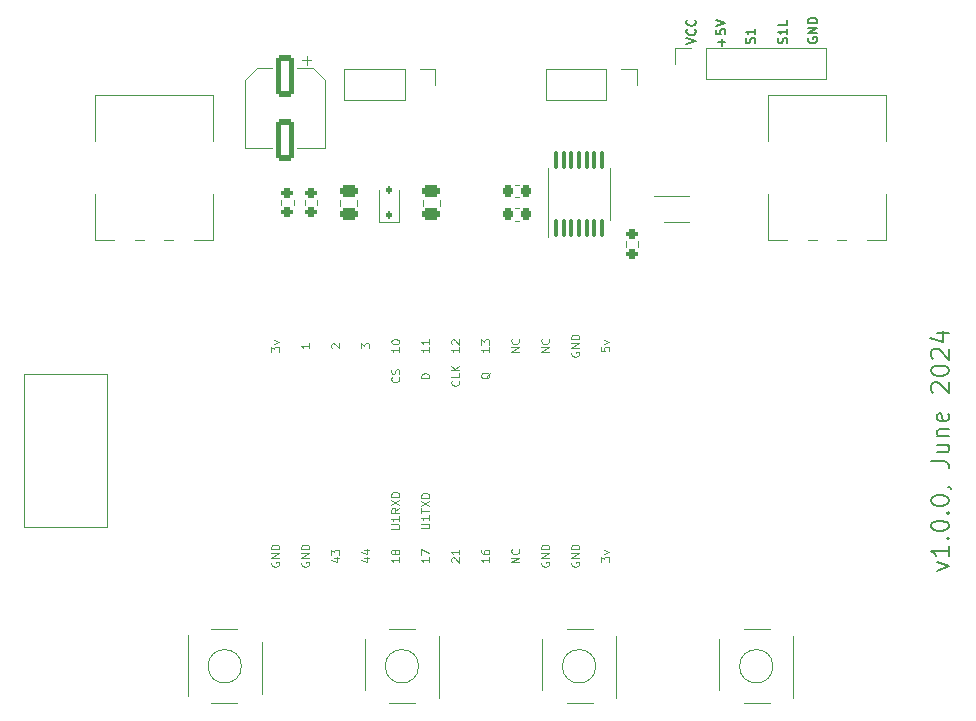
<source format=gbr>
%TF.GenerationSoftware,KiCad,Pcbnew,7.0.8*%
%TF.CreationDate,2024-06-06T18:36:12-04:00*%
%TF.ProjectId,mainboard,6d61696e-626f-4617-9264-2e6b69636164,rev?*%
%TF.SameCoordinates,Original*%
%TF.FileFunction,Legend,Top*%
%TF.FilePolarity,Positive*%
%FSLAX46Y46*%
G04 Gerber Fmt 4.6, Leading zero omitted, Abs format (unit mm)*
G04 Created by KiCad (PCBNEW 7.0.8) date 2024-06-06 18:36:12*
%MOMM*%
%LPD*%
G01*
G04 APERTURE LIST*
G04 Aperture macros list*
%AMRoundRect*
0 Rectangle with rounded corners*
0 $1 Rounding radius*
0 $2 $3 $4 $5 $6 $7 $8 $9 X,Y pos of 4 corners*
0 Add a 4 corners polygon primitive as box body*
4,1,4,$2,$3,$4,$5,$6,$7,$8,$9,$2,$3,0*
0 Add four circle primitives for the rounded corners*
1,1,$1+$1,$2,$3*
1,1,$1+$1,$4,$5*
1,1,$1+$1,$6,$7*
1,1,$1+$1,$8,$9*
0 Add four rect primitives between the rounded corners*
20,1,$1+$1,$2,$3,$4,$5,0*
20,1,$1+$1,$4,$5,$6,$7,0*
20,1,$1+$1,$6,$7,$8,$9,0*
20,1,$1+$1,$8,$9,$2,$3,0*%
G04 Aperture macros list end*
%ADD10C,0.150000*%
%ADD11C,0.200000*%
%ADD12C,0.100000*%
%ADD13C,0.120000*%
%ADD14RoundRect,0.100000X0.100000X-0.637500X0.100000X0.637500X-0.100000X0.637500X-0.100000X-0.637500X0*%
%ADD15RoundRect,0.200000X-0.275000X0.200000X-0.275000X-0.200000X0.275000X-0.200000X0.275000X0.200000X0*%
%ADD16C,4.000000*%
%ADD17C,1.800000*%
%ADD18C,3.200000*%
%ADD19C,2.000000*%
%ADD20RoundRect,0.250000X-0.550000X1.500000X-0.550000X-1.500000X0.550000X-1.500000X0.550000X1.500000X0*%
%ADD21R,1.700000X1.700000*%
%ADD22C,1.700000*%
%ADD23RoundRect,0.250000X-0.475000X0.250000X-0.475000X-0.250000X0.475000X-0.250000X0.475000X0.250000X0*%
%ADD24RoundRect,0.225000X0.225000X0.250000X-0.225000X0.250000X-0.225000X-0.250000X0.225000X-0.250000X0*%
%ADD25O,1.700000X1.700000*%
%ADD26RoundRect,0.200000X0.275000X-0.200000X0.275000X0.200000X-0.275000X0.200000X-0.275000X-0.200000X0*%
%ADD27RoundRect,0.112500X0.112500X-0.187500X0.112500X0.187500X-0.112500X0.187500X-0.112500X-0.187500X0*%
%ADD28O,3.400000X1.800000*%
%ADD29R,0.800000X0.300000*%
G04 APERTURE END LIST*
D10*
X159589533Y-60710839D02*
X159589533Y-60101316D01*
X159894295Y-60406077D02*
X159284771Y-60406077D01*
X159094295Y-59339411D02*
X159094295Y-59720363D01*
X159094295Y-59720363D02*
X159475247Y-59758459D01*
X159475247Y-59758459D02*
X159437152Y-59720363D01*
X159437152Y-59720363D02*
X159399057Y-59644173D01*
X159399057Y-59644173D02*
X159399057Y-59453697D01*
X159399057Y-59453697D02*
X159437152Y-59377506D01*
X159437152Y-59377506D02*
X159475247Y-59339411D01*
X159475247Y-59339411D02*
X159551438Y-59301316D01*
X159551438Y-59301316D02*
X159741914Y-59301316D01*
X159741914Y-59301316D02*
X159818104Y-59339411D01*
X159818104Y-59339411D02*
X159856200Y-59377506D01*
X159856200Y-59377506D02*
X159894295Y-59453697D01*
X159894295Y-59453697D02*
X159894295Y-59644173D01*
X159894295Y-59644173D02*
X159856200Y-59720363D01*
X159856200Y-59720363D02*
X159818104Y-59758459D01*
X159094295Y-59072744D02*
X159894295Y-58806077D01*
X159894295Y-58806077D02*
X159094295Y-58539411D01*
X166882390Y-60041792D02*
X166844295Y-60117982D01*
X166844295Y-60117982D02*
X166844295Y-60232268D01*
X166844295Y-60232268D02*
X166882390Y-60346554D01*
X166882390Y-60346554D02*
X166958580Y-60422744D01*
X166958580Y-60422744D02*
X167034771Y-60460839D01*
X167034771Y-60460839D02*
X167187152Y-60498935D01*
X167187152Y-60498935D02*
X167301438Y-60498935D01*
X167301438Y-60498935D02*
X167453819Y-60460839D01*
X167453819Y-60460839D02*
X167530009Y-60422744D01*
X167530009Y-60422744D02*
X167606200Y-60346554D01*
X167606200Y-60346554D02*
X167644295Y-60232268D01*
X167644295Y-60232268D02*
X167644295Y-60156077D01*
X167644295Y-60156077D02*
X167606200Y-60041792D01*
X167606200Y-60041792D02*
X167568104Y-60003696D01*
X167568104Y-60003696D02*
X167301438Y-60003696D01*
X167301438Y-60003696D02*
X167301438Y-60156077D01*
X167644295Y-59660839D02*
X166844295Y-59660839D01*
X166844295Y-59660839D02*
X167644295Y-59203696D01*
X167644295Y-59203696D02*
X166844295Y-59203696D01*
X167644295Y-58822744D02*
X166844295Y-58822744D01*
X166844295Y-58822744D02*
X166844295Y-58632268D01*
X166844295Y-58632268D02*
X166882390Y-58517982D01*
X166882390Y-58517982D02*
X166958580Y-58441792D01*
X166958580Y-58441792D02*
X167034771Y-58403697D01*
X167034771Y-58403697D02*
X167187152Y-58365601D01*
X167187152Y-58365601D02*
X167301438Y-58365601D01*
X167301438Y-58365601D02*
X167453819Y-58403697D01*
X167453819Y-58403697D02*
X167530009Y-58441792D01*
X167530009Y-58441792D02*
X167606200Y-58517982D01*
X167606200Y-58517982D02*
X167644295Y-58632268D01*
X167644295Y-58632268D02*
X167644295Y-58822744D01*
X165106200Y-60498935D02*
X165144295Y-60384649D01*
X165144295Y-60384649D02*
X165144295Y-60194173D01*
X165144295Y-60194173D02*
X165106200Y-60117982D01*
X165106200Y-60117982D02*
X165068104Y-60079887D01*
X165068104Y-60079887D02*
X164991914Y-60041792D01*
X164991914Y-60041792D02*
X164915723Y-60041792D01*
X164915723Y-60041792D02*
X164839533Y-60079887D01*
X164839533Y-60079887D02*
X164801438Y-60117982D01*
X164801438Y-60117982D02*
X164763342Y-60194173D01*
X164763342Y-60194173D02*
X164725247Y-60346554D01*
X164725247Y-60346554D02*
X164687152Y-60422744D01*
X164687152Y-60422744D02*
X164649057Y-60460839D01*
X164649057Y-60460839D02*
X164572866Y-60498935D01*
X164572866Y-60498935D02*
X164496676Y-60498935D01*
X164496676Y-60498935D02*
X164420485Y-60460839D01*
X164420485Y-60460839D02*
X164382390Y-60422744D01*
X164382390Y-60422744D02*
X164344295Y-60346554D01*
X164344295Y-60346554D02*
X164344295Y-60156077D01*
X164344295Y-60156077D02*
X164382390Y-60041792D01*
X165144295Y-59279887D02*
X165144295Y-59737030D01*
X165144295Y-59508458D02*
X164344295Y-59508458D01*
X164344295Y-59508458D02*
X164458580Y-59584649D01*
X164458580Y-59584649D02*
X164534771Y-59660839D01*
X164534771Y-59660839D02*
X164572866Y-59737030D01*
X165144295Y-58556077D02*
X165144295Y-58937029D01*
X165144295Y-58937029D02*
X164344295Y-58937029D01*
X162356200Y-60498935D02*
X162394295Y-60384649D01*
X162394295Y-60384649D02*
X162394295Y-60194173D01*
X162394295Y-60194173D02*
X162356200Y-60117982D01*
X162356200Y-60117982D02*
X162318104Y-60079887D01*
X162318104Y-60079887D02*
X162241914Y-60041792D01*
X162241914Y-60041792D02*
X162165723Y-60041792D01*
X162165723Y-60041792D02*
X162089533Y-60079887D01*
X162089533Y-60079887D02*
X162051438Y-60117982D01*
X162051438Y-60117982D02*
X162013342Y-60194173D01*
X162013342Y-60194173D02*
X161975247Y-60346554D01*
X161975247Y-60346554D02*
X161937152Y-60422744D01*
X161937152Y-60422744D02*
X161899057Y-60460839D01*
X161899057Y-60460839D02*
X161822866Y-60498935D01*
X161822866Y-60498935D02*
X161746676Y-60498935D01*
X161746676Y-60498935D02*
X161670485Y-60460839D01*
X161670485Y-60460839D02*
X161632390Y-60422744D01*
X161632390Y-60422744D02*
X161594295Y-60346554D01*
X161594295Y-60346554D02*
X161594295Y-60156077D01*
X161594295Y-60156077D02*
X161632390Y-60041792D01*
X162394295Y-59279887D02*
X162394295Y-59737030D01*
X162394295Y-59508458D02*
X161594295Y-59508458D01*
X161594295Y-59508458D02*
X161708580Y-59584649D01*
X161708580Y-59584649D02*
X161784771Y-59660839D01*
X161784771Y-59660839D02*
X161822866Y-59737030D01*
X156594295Y-60575125D02*
X157394295Y-60308458D01*
X157394295Y-60308458D02*
X156594295Y-60041792D01*
X157318104Y-59317982D02*
X157356200Y-59356078D01*
X157356200Y-59356078D02*
X157394295Y-59470363D01*
X157394295Y-59470363D02*
X157394295Y-59546554D01*
X157394295Y-59546554D02*
X157356200Y-59660840D01*
X157356200Y-59660840D02*
X157280009Y-59737030D01*
X157280009Y-59737030D02*
X157203819Y-59775125D01*
X157203819Y-59775125D02*
X157051438Y-59813221D01*
X157051438Y-59813221D02*
X156937152Y-59813221D01*
X156937152Y-59813221D02*
X156784771Y-59775125D01*
X156784771Y-59775125D02*
X156708580Y-59737030D01*
X156708580Y-59737030D02*
X156632390Y-59660840D01*
X156632390Y-59660840D02*
X156594295Y-59546554D01*
X156594295Y-59546554D02*
X156594295Y-59470363D01*
X156594295Y-59470363D02*
X156632390Y-59356078D01*
X156632390Y-59356078D02*
X156670485Y-59317982D01*
X157318104Y-58517982D02*
X157356200Y-58556078D01*
X157356200Y-58556078D02*
X157394295Y-58670363D01*
X157394295Y-58670363D02*
X157394295Y-58746554D01*
X157394295Y-58746554D02*
X157356200Y-58860840D01*
X157356200Y-58860840D02*
X157280009Y-58937030D01*
X157280009Y-58937030D02*
X157203819Y-58975125D01*
X157203819Y-58975125D02*
X157051438Y-59013221D01*
X157051438Y-59013221D02*
X156937152Y-59013221D01*
X156937152Y-59013221D02*
X156784771Y-58975125D01*
X156784771Y-58975125D02*
X156708580Y-58937030D01*
X156708580Y-58937030D02*
X156632390Y-58860840D01*
X156632390Y-58860840D02*
X156594295Y-58746554D01*
X156594295Y-58746554D02*
X156594295Y-58670363D01*
X156594295Y-58670363D02*
X156632390Y-58556078D01*
X156632390Y-58556078D02*
X156670485Y-58517982D01*
D11*
X177806028Y-105142855D02*
X178806028Y-104785712D01*
X178806028Y-104785712D02*
X177806028Y-104428569D01*
X178806028Y-103071426D02*
X178806028Y-103928569D01*
X178806028Y-103499998D02*
X177306028Y-103499998D01*
X177306028Y-103499998D02*
X177520314Y-103642855D01*
X177520314Y-103642855D02*
X177663171Y-103785712D01*
X177663171Y-103785712D02*
X177734600Y-103928569D01*
X178663171Y-102428570D02*
X178734600Y-102357141D01*
X178734600Y-102357141D02*
X178806028Y-102428570D01*
X178806028Y-102428570D02*
X178734600Y-102499998D01*
X178734600Y-102499998D02*
X178663171Y-102428570D01*
X178663171Y-102428570D02*
X178806028Y-102428570D01*
X177306028Y-101428569D02*
X177306028Y-101285712D01*
X177306028Y-101285712D02*
X177377457Y-101142855D01*
X177377457Y-101142855D02*
X177448885Y-101071427D01*
X177448885Y-101071427D02*
X177591742Y-100999998D01*
X177591742Y-100999998D02*
X177877457Y-100928569D01*
X177877457Y-100928569D02*
X178234600Y-100928569D01*
X178234600Y-100928569D02*
X178520314Y-100999998D01*
X178520314Y-100999998D02*
X178663171Y-101071427D01*
X178663171Y-101071427D02*
X178734600Y-101142855D01*
X178734600Y-101142855D02*
X178806028Y-101285712D01*
X178806028Y-101285712D02*
X178806028Y-101428569D01*
X178806028Y-101428569D02*
X178734600Y-101571427D01*
X178734600Y-101571427D02*
X178663171Y-101642855D01*
X178663171Y-101642855D02*
X178520314Y-101714284D01*
X178520314Y-101714284D02*
X178234600Y-101785712D01*
X178234600Y-101785712D02*
X177877457Y-101785712D01*
X177877457Y-101785712D02*
X177591742Y-101714284D01*
X177591742Y-101714284D02*
X177448885Y-101642855D01*
X177448885Y-101642855D02*
X177377457Y-101571427D01*
X177377457Y-101571427D02*
X177306028Y-101428569D01*
X178663171Y-100285713D02*
X178734600Y-100214284D01*
X178734600Y-100214284D02*
X178806028Y-100285713D01*
X178806028Y-100285713D02*
X178734600Y-100357141D01*
X178734600Y-100357141D02*
X178663171Y-100285713D01*
X178663171Y-100285713D02*
X178806028Y-100285713D01*
X177306028Y-99285712D02*
X177306028Y-99142855D01*
X177306028Y-99142855D02*
X177377457Y-98999998D01*
X177377457Y-98999998D02*
X177448885Y-98928570D01*
X177448885Y-98928570D02*
X177591742Y-98857141D01*
X177591742Y-98857141D02*
X177877457Y-98785712D01*
X177877457Y-98785712D02*
X178234600Y-98785712D01*
X178234600Y-98785712D02*
X178520314Y-98857141D01*
X178520314Y-98857141D02*
X178663171Y-98928570D01*
X178663171Y-98928570D02*
X178734600Y-98999998D01*
X178734600Y-98999998D02*
X178806028Y-99142855D01*
X178806028Y-99142855D02*
X178806028Y-99285712D01*
X178806028Y-99285712D02*
X178734600Y-99428570D01*
X178734600Y-99428570D02*
X178663171Y-99499998D01*
X178663171Y-99499998D02*
X178520314Y-99571427D01*
X178520314Y-99571427D02*
X178234600Y-99642855D01*
X178234600Y-99642855D02*
X177877457Y-99642855D01*
X177877457Y-99642855D02*
X177591742Y-99571427D01*
X177591742Y-99571427D02*
X177448885Y-99499998D01*
X177448885Y-99499998D02*
X177377457Y-99428570D01*
X177377457Y-99428570D02*
X177306028Y-99285712D01*
X178734600Y-98071427D02*
X178806028Y-98071427D01*
X178806028Y-98071427D02*
X178948885Y-98142856D01*
X178948885Y-98142856D02*
X179020314Y-98214284D01*
X177306028Y-95857141D02*
X178377457Y-95857141D01*
X178377457Y-95857141D02*
X178591742Y-95928570D01*
X178591742Y-95928570D02*
X178734600Y-96071427D01*
X178734600Y-96071427D02*
X178806028Y-96285713D01*
X178806028Y-96285713D02*
X178806028Y-96428570D01*
X177806028Y-94499999D02*
X178806028Y-94499999D01*
X177806028Y-95142856D02*
X178591742Y-95142856D01*
X178591742Y-95142856D02*
X178734600Y-95071427D01*
X178734600Y-95071427D02*
X178806028Y-94928570D01*
X178806028Y-94928570D02*
X178806028Y-94714284D01*
X178806028Y-94714284D02*
X178734600Y-94571427D01*
X178734600Y-94571427D02*
X178663171Y-94499999D01*
X177806028Y-93785713D02*
X178806028Y-93785713D01*
X177948885Y-93785713D02*
X177877457Y-93714284D01*
X177877457Y-93714284D02*
X177806028Y-93571427D01*
X177806028Y-93571427D02*
X177806028Y-93357141D01*
X177806028Y-93357141D02*
X177877457Y-93214284D01*
X177877457Y-93214284D02*
X178020314Y-93142856D01*
X178020314Y-93142856D02*
X178806028Y-93142856D01*
X178734600Y-91857141D02*
X178806028Y-91999998D01*
X178806028Y-91999998D02*
X178806028Y-92285713D01*
X178806028Y-92285713D02*
X178734600Y-92428570D01*
X178734600Y-92428570D02*
X178591742Y-92499998D01*
X178591742Y-92499998D02*
X178020314Y-92499998D01*
X178020314Y-92499998D02*
X177877457Y-92428570D01*
X177877457Y-92428570D02*
X177806028Y-92285713D01*
X177806028Y-92285713D02*
X177806028Y-91999998D01*
X177806028Y-91999998D02*
X177877457Y-91857141D01*
X177877457Y-91857141D02*
X178020314Y-91785713D01*
X178020314Y-91785713D02*
X178163171Y-91785713D01*
X178163171Y-91785713D02*
X178306028Y-92499998D01*
X177448885Y-90071427D02*
X177377457Y-89999999D01*
X177377457Y-89999999D02*
X177306028Y-89857142D01*
X177306028Y-89857142D02*
X177306028Y-89499999D01*
X177306028Y-89499999D02*
X177377457Y-89357142D01*
X177377457Y-89357142D02*
X177448885Y-89285713D01*
X177448885Y-89285713D02*
X177591742Y-89214284D01*
X177591742Y-89214284D02*
X177734600Y-89214284D01*
X177734600Y-89214284D02*
X177948885Y-89285713D01*
X177948885Y-89285713D02*
X178806028Y-90142856D01*
X178806028Y-90142856D02*
X178806028Y-89214284D01*
X177306028Y-88285713D02*
X177306028Y-88142856D01*
X177306028Y-88142856D02*
X177377457Y-87999999D01*
X177377457Y-87999999D02*
X177448885Y-87928571D01*
X177448885Y-87928571D02*
X177591742Y-87857142D01*
X177591742Y-87857142D02*
X177877457Y-87785713D01*
X177877457Y-87785713D02*
X178234600Y-87785713D01*
X178234600Y-87785713D02*
X178520314Y-87857142D01*
X178520314Y-87857142D02*
X178663171Y-87928571D01*
X178663171Y-87928571D02*
X178734600Y-87999999D01*
X178734600Y-87999999D02*
X178806028Y-88142856D01*
X178806028Y-88142856D02*
X178806028Y-88285713D01*
X178806028Y-88285713D02*
X178734600Y-88428571D01*
X178734600Y-88428571D02*
X178663171Y-88499999D01*
X178663171Y-88499999D02*
X178520314Y-88571428D01*
X178520314Y-88571428D02*
X178234600Y-88642856D01*
X178234600Y-88642856D02*
X177877457Y-88642856D01*
X177877457Y-88642856D02*
X177591742Y-88571428D01*
X177591742Y-88571428D02*
X177448885Y-88499999D01*
X177448885Y-88499999D02*
X177377457Y-88428571D01*
X177377457Y-88428571D02*
X177306028Y-88285713D01*
X177448885Y-87214285D02*
X177377457Y-87142857D01*
X177377457Y-87142857D02*
X177306028Y-87000000D01*
X177306028Y-87000000D02*
X177306028Y-86642857D01*
X177306028Y-86642857D02*
X177377457Y-86500000D01*
X177377457Y-86500000D02*
X177448885Y-86428571D01*
X177448885Y-86428571D02*
X177591742Y-86357142D01*
X177591742Y-86357142D02*
X177734600Y-86357142D01*
X177734600Y-86357142D02*
X177948885Y-86428571D01*
X177948885Y-86428571D02*
X178806028Y-87285714D01*
X178806028Y-87285714D02*
X178806028Y-86357142D01*
X177806028Y-85071429D02*
X178806028Y-85071429D01*
X177234600Y-85428571D02*
X178306028Y-85785714D01*
X178306028Y-85785714D02*
X178306028Y-84857143D01*
D12*
X134828633Y-104037715D02*
X134828633Y-104437715D01*
X134828633Y-104237715D02*
X134128633Y-104237715D01*
X134128633Y-104237715D02*
X134228633Y-104304382D01*
X134228633Y-104304382D02*
X134295300Y-104371049D01*
X134295300Y-104371049D02*
X134328633Y-104437715D01*
X134128633Y-103804382D02*
X134128633Y-103337715D01*
X134128633Y-103337715D02*
X134828633Y-103637715D01*
X126575300Y-86309999D02*
X126541966Y-86276666D01*
X126541966Y-86276666D02*
X126508633Y-86209999D01*
X126508633Y-86209999D02*
X126508633Y-86043333D01*
X126508633Y-86043333D02*
X126541966Y-85976666D01*
X126541966Y-85976666D02*
X126575300Y-85943333D01*
X126575300Y-85943333D02*
X126641966Y-85909999D01*
X126641966Y-85909999D02*
X126708633Y-85909999D01*
X126708633Y-85909999D02*
X126808633Y-85943333D01*
X126808633Y-85943333D02*
X127208633Y-86343333D01*
X127208633Y-86343333D02*
X127208633Y-85909999D01*
X124001966Y-104423332D02*
X123968633Y-104489999D01*
X123968633Y-104489999D02*
X123968633Y-104589999D01*
X123968633Y-104589999D02*
X124001966Y-104689999D01*
X124001966Y-104689999D02*
X124068633Y-104756666D01*
X124068633Y-104756666D02*
X124135300Y-104789999D01*
X124135300Y-104789999D02*
X124268633Y-104823332D01*
X124268633Y-104823332D02*
X124368633Y-104823332D01*
X124368633Y-104823332D02*
X124501966Y-104789999D01*
X124501966Y-104789999D02*
X124568633Y-104756666D01*
X124568633Y-104756666D02*
X124635300Y-104689999D01*
X124635300Y-104689999D02*
X124668633Y-104589999D01*
X124668633Y-104589999D02*
X124668633Y-104523332D01*
X124668633Y-104523332D02*
X124635300Y-104423332D01*
X124635300Y-104423332D02*
X124601966Y-104389999D01*
X124601966Y-104389999D02*
X124368633Y-104389999D01*
X124368633Y-104389999D02*
X124368633Y-104523332D01*
X124668633Y-104089999D02*
X123968633Y-104089999D01*
X123968633Y-104089999D02*
X124668633Y-103689999D01*
X124668633Y-103689999D02*
X123968633Y-103689999D01*
X124668633Y-103356666D02*
X123968633Y-103356666D01*
X123968633Y-103356666D02*
X123968633Y-103189999D01*
X123968633Y-103189999D02*
X124001966Y-103089999D01*
X124001966Y-103089999D02*
X124068633Y-103023333D01*
X124068633Y-103023333D02*
X124135300Y-102989999D01*
X124135300Y-102989999D02*
X124268633Y-102956666D01*
X124268633Y-102956666D02*
X124368633Y-102956666D01*
X124368633Y-102956666D02*
X124501966Y-102989999D01*
X124501966Y-102989999D02*
X124568633Y-103023333D01*
X124568633Y-103023333D02*
X124635300Y-103089999D01*
X124635300Y-103089999D02*
X124668633Y-103189999D01*
X124668633Y-103189999D02*
X124668633Y-103356666D01*
X136735300Y-104437715D02*
X136701966Y-104404382D01*
X136701966Y-104404382D02*
X136668633Y-104337715D01*
X136668633Y-104337715D02*
X136668633Y-104171049D01*
X136668633Y-104171049D02*
X136701966Y-104104382D01*
X136701966Y-104104382D02*
X136735300Y-104071049D01*
X136735300Y-104071049D02*
X136801966Y-104037715D01*
X136801966Y-104037715D02*
X136868633Y-104037715D01*
X136868633Y-104037715D02*
X136968633Y-104071049D01*
X136968633Y-104071049D02*
X137368633Y-104471049D01*
X137368633Y-104471049D02*
X137368633Y-104037715D01*
X137368633Y-103371048D02*
X137368633Y-103771048D01*
X137368633Y-103571048D02*
X136668633Y-103571048D01*
X136668633Y-103571048D02*
X136768633Y-103637715D01*
X136768633Y-103637715D02*
X136835300Y-103704382D01*
X136835300Y-103704382D02*
X136868633Y-103771048D01*
X134128633Y-101563333D02*
X134695300Y-101563333D01*
X134695300Y-101563333D02*
X134761966Y-101530000D01*
X134761966Y-101530000D02*
X134795300Y-101496666D01*
X134795300Y-101496666D02*
X134828633Y-101430000D01*
X134828633Y-101430000D02*
X134828633Y-101296666D01*
X134828633Y-101296666D02*
X134795300Y-101230000D01*
X134795300Y-101230000D02*
X134761966Y-101196666D01*
X134761966Y-101196666D02*
X134695300Y-101163333D01*
X134695300Y-101163333D02*
X134128633Y-101163333D01*
X134828633Y-100463333D02*
X134828633Y-100863333D01*
X134828633Y-100663333D02*
X134128633Y-100663333D01*
X134128633Y-100663333D02*
X134228633Y-100730000D01*
X134228633Y-100730000D02*
X134295300Y-100796667D01*
X134295300Y-100796667D02*
X134328633Y-100863333D01*
X134128633Y-100263333D02*
X134128633Y-99863333D01*
X134828633Y-100063333D02*
X134128633Y-100063333D01*
X134128633Y-99696667D02*
X134828633Y-99230000D01*
X134128633Y-99230000D02*
X134828633Y-99696667D01*
X134828633Y-98963333D02*
X134128633Y-98963333D01*
X134128633Y-98963333D02*
X134128633Y-98796666D01*
X134128633Y-98796666D02*
X134161966Y-98696666D01*
X134161966Y-98696666D02*
X134228633Y-98630000D01*
X134228633Y-98630000D02*
X134295300Y-98596666D01*
X134295300Y-98596666D02*
X134428633Y-98563333D01*
X134428633Y-98563333D02*
X134528633Y-98563333D01*
X134528633Y-98563333D02*
X134661966Y-98596666D01*
X134661966Y-98596666D02*
X134728633Y-98630000D01*
X134728633Y-98630000D02*
X134795300Y-98696666D01*
X134795300Y-98696666D02*
X134828633Y-98796666D01*
X134828633Y-98796666D02*
X134828633Y-98963333D01*
X129048633Y-86343333D02*
X129048633Y-85909999D01*
X129048633Y-85909999D02*
X129315300Y-86143333D01*
X129315300Y-86143333D02*
X129315300Y-86043333D01*
X129315300Y-86043333D02*
X129348633Y-85976666D01*
X129348633Y-85976666D02*
X129381966Y-85943333D01*
X129381966Y-85943333D02*
X129448633Y-85909999D01*
X129448633Y-85909999D02*
X129615300Y-85909999D01*
X129615300Y-85909999D02*
X129681966Y-85943333D01*
X129681966Y-85943333D02*
X129715300Y-85976666D01*
X129715300Y-85976666D02*
X129748633Y-86043333D01*
X129748633Y-86043333D02*
X129748633Y-86243333D01*
X129748633Y-86243333D02*
X129715300Y-86309999D01*
X129715300Y-86309999D02*
X129681966Y-86343333D01*
X124668633Y-85909999D02*
X124668633Y-86309999D01*
X124668633Y-86109999D02*
X123968633Y-86109999D01*
X123968633Y-86109999D02*
X124068633Y-86176666D01*
X124068633Y-86176666D02*
X124135300Y-86243333D01*
X124135300Y-86243333D02*
X124168633Y-86309999D01*
X142448633Y-86659999D02*
X141748633Y-86659999D01*
X141748633Y-86659999D02*
X142448633Y-86259999D01*
X142448633Y-86259999D02*
X141748633Y-86259999D01*
X142381966Y-85526666D02*
X142415300Y-85559999D01*
X142415300Y-85559999D02*
X142448633Y-85659999D01*
X142448633Y-85659999D02*
X142448633Y-85726666D01*
X142448633Y-85726666D02*
X142415300Y-85826666D01*
X142415300Y-85826666D02*
X142348633Y-85893333D01*
X142348633Y-85893333D02*
X142281966Y-85926666D01*
X142281966Y-85926666D02*
X142148633Y-85959999D01*
X142148633Y-85959999D02*
X142048633Y-85959999D01*
X142048633Y-85959999D02*
X141915300Y-85926666D01*
X141915300Y-85926666D02*
X141848633Y-85893333D01*
X141848633Y-85893333D02*
X141781966Y-85826666D01*
X141781966Y-85826666D02*
X141748633Y-85726666D01*
X141748633Y-85726666D02*
X141748633Y-85659999D01*
X141748633Y-85659999D02*
X141781966Y-85559999D01*
X141781966Y-85559999D02*
X141815300Y-85526666D01*
X139908633Y-86243333D02*
X139908633Y-86643333D01*
X139908633Y-86443333D02*
X139208633Y-86443333D01*
X139208633Y-86443333D02*
X139308633Y-86510000D01*
X139308633Y-86510000D02*
X139375300Y-86576667D01*
X139375300Y-86576667D02*
X139408633Y-86643333D01*
X139208633Y-86010000D02*
X139208633Y-85576666D01*
X139208633Y-85576666D02*
X139475300Y-85810000D01*
X139475300Y-85810000D02*
X139475300Y-85710000D01*
X139475300Y-85710000D02*
X139508633Y-85643333D01*
X139508633Y-85643333D02*
X139541966Y-85610000D01*
X139541966Y-85610000D02*
X139608633Y-85576666D01*
X139608633Y-85576666D02*
X139775300Y-85576666D01*
X139775300Y-85576666D02*
X139841966Y-85610000D01*
X139841966Y-85610000D02*
X139875300Y-85643333D01*
X139875300Y-85643333D02*
X139908633Y-85710000D01*
X139908633Y-85710000D02*
X139908633Y-85910000D01*
X139908633Y-85910000D02*
X139875300Y-85976666D01*
X139875300Y-85976666D02*
X139841966Y-86010000D01*
X142448633Y-104454381D02*
X141748633Y-104454381D01*
X141748633Y-104454381D02*
X142448633Y-104054381D01*
X142448633Y-104054381D02*
X141748633Y-104054381D01*
X142381966Y-103321048D02*
X142415300Y-103354381D01*
X142415300Y-103354381D02*
X142448633Y-103454381D01*
X142448633Y-103454381D02*
X142448633Y-103521048D01*
X142448633Y-103521048D02*
X142415300Y-103621048D01*
X142415300Y-103621048D02*
X142348633Y-103687715D01*
X142348633Y-103687715D02*
X142281966Y-103721048D01*
X142281966Y-103721048D02*
X142148633Y-103754381D01*
X142148633Y-103754381D02*
X142048633Y-103754381D01*
X142048633Y-103754381D02*
X141915300Y-103721048D01*
X141915300Y-103721048D02*
X141848633Y-103687715D01*
X141848633Y-103687715D02*
X141781966Y-103621048D01*
X141781966Y-103621048D02*
X141748633Y-103521048D01*
X141748633Y-103521048D02*
X141748633Y-103454381D01*
X141748633Y-103454381D02*
X141781966Y-103354381D01*
X141781966Y-103354381D02*
X141815300Y-103321048D01*
X134828633Y-88833333D02*
X134128633Y-88833333D01*
X134128633Y-88833333D02*
X134128633Y-88666666D01*
X134128633Y-88666666D02*
X134161966Y-88566666D01*
X134161966Y-88566666D02*
X134228633Y-88500000D01*
X134228633Y-88500000D02*
X134295300Y-88466666D01*
X134295300Y-88466666D02*
X134428633Y-88433333D01*
X134428633Y-88433333D02*
X134528633Y-88433333D01*
X134528633Y-88433333D02*
X134661966Y-88466666D01*
X134661966Y-88466666D02*
X134728633Y-88500000D01*
X134728633Y-88500000D02*
X134795300Y-88566666D01*
X134795300Y-88566666D02*
X134828633Y-88666666D01*
X134828633Y-88666666D02*
X134828633Y-88833333D01*
X146861966Y-104423332D02*
X146828633Y-104489999D01*
X146828633Y-104489999D02*
X146828633Y-104589999D01*
X146828633Y-104589999D02*
X146861966Y-104689999D01*
X146861966Y-104689999D02*
X146928633Y-104756666D01*
X146928633Y-104756666D02*
X146995300Y-104789999D01*
X146995300Y-104789999D02*
X147128633Y-104823332D01*
X147128633Y-104823332D02*
X147228633Y-104823332D01*
X147228633Y-104823332D02*
X147361966Y-104789999D01*
X147361966Y-104789999D02*
X147428633Y-104756666D01*
X147428633Y-104756666D02*
X147495300Y-104689999D01*
X147495300Y-104689999D02*
X147528633Y-104589999D01*
X147528633Y-104589999D02*
X147528633Y-104523332D01*
X147528633Y-104523332D02*
X147495300Y-104423332D01*
X147495300Y-104423332D02*
X147461966Y-104389999D01*
X147461966Y-104389999D02*
X147228633Y-104389999D01*
X147228633Y-104389999D02*
X147228633Y-104523332D01*
X147528633Y-104089999D02*
X146828633Y-104089999D01*
X146828633Y-104089999D02*
X147528633Y-103689999D01*
X147528633Y-103689999D02*
X146828633Y-103689999D01*
X147528633Y-103356666D02*
X146828633Y-103356666D01*
X146828633Y-103356666D02*
X146828633Y-103189999D01*
X146828633Y-103189999D02*
X146861966Y-103089999D01*
X146861966Y-103089999D02*
X146928633Y-103023333D01*
X146928633Y-103023333D02*
X146995300Y-102989999D01*
X146995300Y-102989999D02*
X147128633Y-102956666D01*
X147128633Y-102956666D02*
X147228633Y-102956666D01*
X147228633Y-102956666D02*
X147361966Y-102989999D01*
X147361966Y-102989999D02*
X147428633Y-103023333D01*
X147428633Y-103023333D02*
X147495300Y-103089999D01*
X147495300Y-103089999D02*
X147528633Y-103189999D01*
X147528633Y-103189999D02*
X147528633Y-103356666D01*
X146861966Y-86643332D02*
X146828633Y-86709999D01*
X146828633Y-86709999D02*
X146828633Y-86809999D01*
X146828633Y-86809999D02*
X146861966Y-86909999D01*
X146861966Y-86909999D02*
X146928633Y-86976666D01*
X146928633Y-86976666D02*
X146995300Y-87009999D01*
X146995300Y-87009999D02*
X147128633Y-87043332D01*
X147128633Y-87043332D02*
X147228633Y-87043332D01*
X147228633Y-87043332D02*
X147361966Y-87009999D01*
X147361966Y-87009999D02*
X147428633Y-86976666D01*
X147428633Y-86976666D02*
X147495300Y-86909999D01*
X147495300Y-86909999D02*
X147528633Y-86809999D01*
X147528633Y-86809999D02*
X147528633Y-86743332D01*
X147528633Y-86743332D02*
X147495300Y-86643332D01*
X147495300Y-86643332D02*
X147461966Y-86609999D01*
X147461966Y-86609999D02*
X147228633Y-86609999D01*
X147228633Y-86609999D02*
X147228633Y-86743332D01*
X147528633Y-86309999D02*
X146828633Y-86309999D01*
X146828633Y-86309999D02*
X147528633Y-85909999D01*
X147528633Y-85909999D02*
X146828633Y-85909999D01*
X147528633Y-85576666D02*
X146828633Y-85576666D01*
X146828633Y-85576666D02*
X146828633Y-85409999D01*
X146828633Y-85409999D02*
X146861966Y-85309999D01*
X146861966Y-85309999D02*
X146928633Y-85243333D01*
X146928633Y-85243333D02*
X146995300Y-85209999D01*
X146995300Y-85209999D02*
X147128633Y-85176666D01*
X147128633Y-85176666D02*
X147228633Y-85176666D01*
X147228633Y-85176666D02*
X147361966Y-85209999D01*
X147361966Y-85209999D02*
X147428633Y-85243333D01*
X147428633Y-85243333D02*
X147495300Y-85309999D01*
X147495300Y-85309999D02*
X147528633Y-85409999D01*
X147528633Y-85409999D02*
X147528633Y-85576666D01*
X121428633Y-86610000D02*
X121428633Y-86176666D01*
X121428633Y-86176666D02*
X121695300Y-86410000D01*
X121695300Y-86410000D02*
X121695300Y-86310000D01*
X121695300Y-86310000D02*
X121728633Y-86243333D01*
X121728633Y-86243333D02*
X121761966Y-86210000D01*
X121761966Y-86210000D02*
X121828633Y-86176666D01*
X121828633Y-86176666D02*
X121995300Y-86176666D01*
X121995300Y-86176666D02*
X122061966Y-86210000D01*
X122061966Y-86210000D02*
X122095300Y-86243333D01*
X122095300Y-86243333D02*
X122128633Y-86310000D01*
X122128633Y-86310000D02*
X122128633Y-86510000D01*
X122128633Y-86510000D02*
X122095300Y-86576666D01*
X122095300Y-86576666D02*
X122061966Y-86610000D01*
X121661966Y-85943333D02*
X122128633Y-85776666D01*
X122128633Y-85776666D02*
X121661966Y-85609999D01*
X126741966Y-104104382D02*
X127208633Y-104104382D01*
X126475300Y-104271049D02*
X126975300Y-104437715D01*
X126975300Y-104437715D02*
X126975300Y-104004382D01*
X126508633Y-103804382D02*
X126508633Y-103371048D01*
X126508633Y-103371048D02*
X126775300Y-103604382D01*
X126775300Y-103604382D02*
X126775300Y-103504382D01*
X126775300Y-103504382D02*
X126808633Y-103437715D01*
X126808633Y-103437715D02*
X126841966Y-103404382D01*
X126841966Y-103404382D02*
X126908633Y-103371048D01*
X126908633Y-103371048D02*
X127075300Y-103371048D01*
X127075300Y-103371048D02*
X127141966Y-103404382D01*
X127141966Y-103404382D02*
X127175300Y-103437715D01*
X127175300Y-103437715D02*
X127208633Y-103504382D01*
X127208633Y-103504382D02*
X127208633Y-103704382D01*
X127208633Y-103704382D02*
X127175300Y-103771048D01*
X127175300Y-103771048D02*
X127141966Y-103804382D01*
X134828633Y-86243333D02*
X134828633Y-86643333D01*
X134828633Y-86443333D02*
X134128633Y-86443333D01*
X134128633Y-86443333D02*
X134228633Y-86510000D01*
X134228633Y-86510000D02*
X134295300Y-86576667D01*
X134295300Y-86576667D02*
X134328633Y-86643333D01*
X134828633Y-85576666D02*
X134828633Y-85976666D01*
X134828633Y-85776666D02*
X134128633Y-85776666D01*
X134128633Y-85776666D02*
X134228633Y-85843333D01*
X134228633Y-85843333D02*
X134295300Y-85910000D01*
X134295300Y-85910000D02*
X134328633Y-85976666D01*
X139975300Y-88383332D02*
X139941966Y-88449999D01*
X139941966Y-88449999D02*
X139875300Y-88516666D01*
X139875300Y-88516666D02*
X139775300Y-88616666D01*
X139775300Y-88616666D02*
X139741966Y-88683332D01*
X139741966Y-88683332D02*
X139741966Y-88749999D01*
X139908633Y-88716666D02*
X139875300Y-88783332D01*
X139875300Y-88783332D02*
X139808633Y-88849999D01*
X139808633Y-88849999D02*
X139675300Y-88883332D01*
X139675300Y-88883332D02*
X139441966Y-88883332D01*
X139441966Y-88883332D02*
X139308633Y-88849999D01*
X139308633Y-88849999D02*
X139241966Y-88783332D01*
X139241966Y-88783332D02*
X139208633Y-88716666D01*
X139208633Y-88716666D02*
X139208633Y-88583332D01*
X139208633Y-88583332D02*
X139241966Y-88516666D01*
X139241966Y-88516666D02*
X139308633Y-88449999D01*
X139308633Y-88449999D02*
X139441966Y-88416666D01*
X139441966Y-88416666D02*
X139675300Y-88416666D01*
X139675300Y-88416666D02*
X139808633Y-88449999D01*
X139808633Y-88449999D02*
X139875300Y-88516666D01*
X139875300Y-88516666D02*
X139908633Y-88583332D01*
X139908633Y-88583332D02*
X139908633Y-88716666D01*
X131588633Y-101646666D02*
X132155300Y-101646666D01*
X132155300Y-101646666D02*
X132221966Y-101613333D01*
X132221966Y-101613333D02*
X132255300Y-101579999D01*
X132255300Y-101579999D02*
X132288633Y-101513333D01*
X132288633Y-101513333D02*
X132288633Y-101379999D01*
X132288633Y-101379999D02*
X132255300Y-101313333D01*
X132255300Y-101313333D02*
X132221966Y-101279999D01*
X132221966Y-101279999D02*
X132155300Y-101246666D01*
X132155300Y-101246666D02*
X131588633Y-101246666D01*
X132288633Y-100546666D02*
X132288633Y-100946666D01*
X132288633Y-100746666D02*
X131588633Y-100746666D01*
X131588633Y-100746666D02*
X131688633Y-100813333D01*
X131688633Y-100813333D02*
X131755300Y-100880000D01*
X131755300Y-100880000D02*
X131788633Y-100946666D01*
X132288633Y-99846666D02*
X131955300Y-100079999D01*
X132288633Y-100246666D02*
X131588633Y-100246666D01*
X131588633Y-100246666D02*
X131588633Y-99979999D01*
X131588633Y-99979999D02*
X131621966Y-99913333D01*
X131621966Y-99913333D02*
X131655300Y-99879999D01*
X131655300Y-99879999D02*
X131721966Y-99846666D01*
X131721966Y-99846666D02*
X131821966Y-99846666D01*
X131821966Y-99846666D02*
X131888633Y-99879999D01*
X131888633Y-99879999D02*
X131921966Y-99913333D01*
X131921966Y-99913333D02*
X131955300Y-99979999D01*
X131955300Y-99979999D02*
X131955300Y-100246666D01*
X131588633Y-99613333D02*
X132288633Y-99146666D01*
X131588633Y-99146666D02*
X132288633Y-99613333D01*
X132288633Y-98879999D02*
X131588633Y-98879999D01*
X131588633Y-98879999D02*
X131588633Y-98713332D01*
X131588633Y-98713332D02*
X131621966Y-98613332D01*
X131621966Y-98613332D02*
X131688633Y-98546666D01*
X131688633Y-98546666D02*
X131755300Y-98513332D01*
X131755300Y-98513332D02*
X131888633Y-98479999D01*
X131888633Y-98479999D02*
X131988633Y-98479999D01*
X131988633Y-98479999D02*
X132121966Y-98513332D01*
X132121966Y-98513332D02*
X132188633Y-98546666D01*
X132188633Y-98546666D02*
X132255300Y-98613332D01*
X132255300Y-98613332D02*
X132288633Y-98713332D01*
X132288633Y-98713332D02*
X132288633Y-98879999D01*
X139908633Y-104037715D02*
X139908633Y-104437715D01*
X139908633Y-104237715D02*
X139208633Y-104237715D01*
X139208633Y-104237715D02*
X139308633Y-104304382D01*
X139308633Y-104304382D02*
X139375300Y-104371049D01*
X139375300Y-104371049D02*
X139408633Y-104437715D01*
X139208633Y-103437715D02*
X139208633Y-103571048D01*
X139208633Y-103571048D02*
X139241966Y-103637715D01*
X139241966Y-103637715D02*
X139275300Y-103671048D01*
X139275300Y-103671048D02*
X139375300Y-103737715D01*
X139375300Y-103737715D02*
X139508633Y-103771048D01*
X139508633Y-103771048D02*
X139775300Y-103771048D01*
X139775300Y-103771048D02*
X139841966Y-103737715D01*
X139841966Y-103737715D02*
X139875300Y-103704382D01*
X139875300Y-103704382D02*
X139908633Y-103637715D01*
X139908633Y-103637715D02*
X139908633Y-103504382D01*
X139908633Y-103504382D02*
X139875300Y-103437715D01*
X139875300Y-103437715D02*
X139841966Y-103404382D01*
X139841966Y-103404382D02*
X139775300Y-103371048D01*
X139775300Y-103371048D02*
X139608633Y-103371048D01*
X139608633Y-103371048D02*
X139541966Y-103404382D01*
X139541966Y-103404382D02*
X139508633Y-103437715D01*
X139508633Y-103437715D02*
X139475300Y-103504382D01*
X139475300Y-103504382D02*
X139475300Y-103637715D01*
X139475300Y-103637715D02*
X139508633Y-103704382D01*
X139508633Y-103704382D02*
X139541966Y-103737715D01*
X139541966Y-103737715D02*
X139608633Y-103771048D01*
X144321966Y-104423332D02*
X144288633Y-104489999D01*
X144288633Y-104489999D02*
X144288633Y-104589999D01*
X144288633Y-104589999D02*
X144321966Y-104689999D01*
X144321966Y-104689999D02*
X144388633Y-104756666D01*
X144388633Y-104756666D02*
X144455300Y-104789999D01*
X144455300Y-104789999D02*
X144588633Y-104823332D01*
X144588633Y-104823332D02*
X144688633Y-104823332D01*
X144688633Y-104823332D02*
X144821966Y-104789999D01*
X144821966Y-104789999D02*
X144888633Y-104756666D01*
X144888633Y-104756666D02*
X144955300Y-104689999D01*
X144955300Y-104689999D02*
X144988633Y-104589999D01*
X144988633Y-104589999D02*
X144988633Y-104523332D01*
X144988633Y-104523332D02*
X144955300Y-104423332D01*
X144955300Y-104423332D02*
X144921966Y-104389999D01*
X144921966Y-104389999D02*
X144688633Y-104389999D01*
X144688633Y-104389999D02*
X144688633Y-104523332D01*
X144988633Y-104089999D02*
X144288633Y-104089999D01*
X144288633Y-104089999D02*
X144988633Y-103689999D01*
X144988633Y-103689999D02*
X144288633Y-103689999D01*
X144988633Y-103356666D02*
X144288633Y-103356666D01*
X144288633Y-103356666D02*
X144288633Y-103189999D01*
X144288633Y-103189999D02*
X144321966Y-103089999D01*
X144321966Y-103089999D02*
X144388633Y-103023333D01*
X144388633Y-103023333D02*
X144455300Y-102989999D01*
X144455300Y-102989999D02*
X144588633Y-102956666D01*
X144588633Y-102956666D02*
X144688633Y-102956666D01*
X144688633Y-102956666D02*
X144821966Y-102989999D01*
X144821966Y-102989999D02*
X144888633Y-103023333D01*
X144888633Y-103023333D02*
X144955300Y-103089999D01*
X144955300Y-103089999D02*
X144988633Y-103189999D01*
X144988633Y-103189999D02*
X144988633Y-103356666D01*
X132221966Y-88766666D02*
X132255300Y-88799999D01*
X132255300Y-88799999D02*
X132288633Y-88899999D01*
X132288633Y-88899999D02*
X132288633Y-88966666D01*
X132288633Y-88966666D02*
X132255300Y-89066666D01*
X132255300Y-89066666D02*
X132188633Y-89133333D01*
X132188633Y-89133333D02*
X132121966Y-89166666D01*
X132121966Y-89166666D02*
X131988633Y-89199999D01*
X131988633Y-89199999D02*
X131888633Y-89199999D01*
X131888633Y-89199999D02*
X131755300Y-89166666D01*
X131755300Y-89166666D02*
X131688633Y-89133333D01*
X131688633Y-89133333D02*
X131621966Y-89066666D01*
X131621966Y-89066666D02*
X131588633Y-88966666D01*
X131588633Y-88966666D02*
X131588633Y-88899999D01*
X131588633Y-88899999D02*
X131621966Y-88799999D01*
X131621966Y-88799999D02*
X131655300Y-88766666D01*
X132255300Y-88499999D02*
X132288633Y-88399999D01*
X132288633Y-88399999D02*
X132288633Y-88233333D01*
X132288633Y-88233333D02*
X132255300Y-88166666D01*
X132255300Y-88166666D02*
X132221966Y-88133333D01*
X132221966Y-88133333D02*
X132155300Y-88099999D01*
X132155300Y-88099999D02*
X132088633Y-88099999D01*
X132088633Y-88099999D02*
X132021966Y-88133333D01*
X132021966Y-88133333D02*
X131988633Y-88166666D01*
X131988633Y-88166666D02*
X131955300Y-88233333D01*
X131955300Y-88233333D02*
X131921966Y-88366666D01*
X131921966Y-88366666D02*
X131888633Y-88433333D01*
X131888633Y-88433333D02*
X131855300Y-88466666D01*
X131855300Y-88466666D02*
X131788633Y-88499999D01*
X131788633Y-88499999D02*
X131721966Y-88499999D01*
X131721966Y-88499999D02*
X131655300Y-88466666D01*
X131655300Y-88466666D02*
X131621966Y-88433333D01*
X131621966Y-88433333D02*
X131588633Y-88366666D01*
X131588633Y-88366666D02*
X131588633Y-88199999D01*
X131588633Y-88199999D02*
X131621966Y-88099999D01*
X121461966Y-104423332D02*
X121428633Y-104489999D01*
X121428633Y-104489999D02*
X121428633Y-104589999D01*
X121428633Y-104589999D02*
X121461966Y-104689999D01*
X121461966Y-104689999D02*
X121528633Y-104756666D01*
X121528633Y-104756666D02*
X121595300Y-104789999D01*
X121595300Y-104789999D02*
X121728633Y-104823332D01*
X121728633Y-104823332D02*
X121828633Y-104823332D01*
X121828633Y-104823332D02*
X121961966Y-104789999D01*
X121961966Y-104789999D02*
X122028633Y-104756666D01*
X122028633Y-104756666D02*
X122095300Y-104689999D01*
X122095300Y-104689999D02*
X122128633Y-104589999D01*
X122128633Y-104589999D02*
X122128633Y-104523332D01*
X122128633Y-104523332D02*
X122095300Y-104423332D01*
X122095300Y-104423332D02*
X122061966Y-104389999D01*
X122061966Y-104389999D02*
X121828633Y-104389999D01*
X121828633Y-104389999D02*
X121828633Y-104523332D01*
X122128633Y-104089999D02*
X121428633Y-104089999D01*
X121428633Y-104089999D02*
X122128633Y-103689999D01*
X122128633Y-103689999D02*
X121428633Y-103689999D01*
X122128633Y-103356666D02*
X121428633Y-103356666D01*
X121428633Y-103356666D02*
X121428633Y-103189999D01*
X121428633Y-103189999D02*
X121461966Y-103089999D01*
X121461966Y-103089999D02*
X121528633Y-103023333D01*
X121528633Y-103023333D02*
X121595300Y-102989999D01*
X121595300Y-102989999D02*
X121728633Y-102956666D01*
X121728633Y-102956666D02*
X121828633Y-102956666D01*
X121828633Y-102956666D02*
X121961966Y-102989999D01*
X121961966Y-102989999D02*
X122028633Y-103023333D01*
X122028633Y-103023333D02*
X122095300Y-103089999D01*
X122095300Y-103089999D02*
X122128633Y-103189999D01*
X122128633Y-103189999D02*
X122128633Y-103356666D01*
X132288633Y-86243333D02*
X132288633Y-86643333D01*
X132288633Y-86443333D02*
X131588633Y-86443333D01*
X131588633Y-86443333D02*
X131688633Y-86510000D01*
X131688633Y-86510000D02*
X131755300Y-86576667D01*
X131755300Y-86576667D02*
X131788633Y-86643333D01*
X131588633Y-85810000D02*
X131588633Y-85743333D01*
X131588633Y-85743333D02*
X131621966Y-85676666D01*
X131621966Y-85676666D02*
X131655300Y-85643333D01*
X131655300Y-85643333D02*
X131721966Y-85610000D01*
X131721966Y-85610000D02*
X131855300Y-85576666D01*
X131855300Y-85576666D02*
X132021966Y-85576666D01*
X132021966Y-85576666D02*
X132155300Y-85610000D01*
X132155300Y-85610000D02*
X132221966Y-85643333D01*
X132221966Y-85643333D02*
X132255300Y-85676666D01*
X132255300Y-85676666D02*
X132288633Y-85743333D01*
X132288633Y-85743333D02*
X132288633Y-85810000D01*
X132288633Y-85810000D02*
X132255300Y-85876666D01*
X132255300Y-85876666D02*
X132221966Y-85910000D01*
X132221966Y-85910000D02*
X132155300Y-85943333D01*
X132155300Y-85943333D02*
X132021966Y-85976666D01*
X132021966Y-85976666D02*
X131855300Y-85976666D01*
X131855300Y-85976666D02*
X131721966Y-85943333D01*
X131721966Y-85943333D02*
X131655300Y-85910000D01*
X131655300Y-85910000D02*
X131621966Y-85876666D01*
X131621966Y-85876666D02*
X131588633Y-85810000D01*
X149368633Y-86210000D02*
X149368633Y-86543333D01*
X149368633Y-86543333D02*
X149701966Y-86576666D01*
X149701966Y-86576666D02*
X149668633Y-86543333D01*
X149668633Y-86543333D02*
X149635300Y-86476666D01*
X149635300Y-86476666D02*
X149635300Y-86310000D01*
X149635300Y-86310000D02*
X149668633Y-86243333D01*
X149668633Y-86243333D02*
X149701966Y-86210000D01*
X149701966Y-86210000D02*
X149768633Y-86176666D01*
X149768633Y-86176666D02*
X149935300Y-86176666D01*
X149935300Y-86176666D02*
X150001966Y-86210000D01*
X150001966Y-86210000D02*
X150035300Y-86243333D01*
X150035300Y-86243333D02*
X150068633Y-86310000D01*
X150068633Y-86310000D02*
X150068633Y-86476666D01*
X150068633Y-86476666D02*
X150035300Y-86543333D01*
X150035300Y-86543333D02*
X150001966Y-86576666D01*
X149601966Y-85943333D02*
X150068633Y-85776666D01*
X150068633Y-85776666D02*
X149601966Y-85609999D01*
X144988633Y-86659999D02*
X144288633Y-86659999D01*
X144288633Y-86659999D02*
X144988633Y-86259999D01*
X144988633Y-86259999D02*
X144288633Y-86259999D01*
X144921966Y-85526666D02*
X144955300Y-85559999D01*
X144955300Y-85559999D02*
X144988633Y-85659999D01*
X144988633Y-85659999D02*
X144988633Y-85726666D01*
X144988633Y-85726666D02*
X144955300Y-85826666D01*
X144955300Y-85826666D02*
X144888633Y-85893333D01*
X144888633Y-85893333D02*
X144821966Y-85926666D01*
X144821966Y-85926666D02*
X144688633Y-85959999D01*
X144688633Y-85959999D02*
X144588633Y-85959999D01*
X144588633Y-85959999D02*
X144455300Y-85926666D01*
X144455300Y-85926666D02*
X144388633Y-85893333D01*
X144388633Y-85893333D02*
X144321966Y-85826666D01*
X144321966Y-85826666D02*
X144288633Y-85726666D01*
X144288633Y-85726666D02*
X144288633Y-85659999D01*
X144288633Y-85659999D02*
X144321966Y-85559999D01*
X144321966Y-85559999D02*
X144355300Y-85526666D01*
X137368633Y-86243333D02*
X137368633Y-86643333D01*
X137368633Y-86443333D02*
X136668633Y-86443333D01*
X136668633Y-86443333D02*
X136768633Y-86510000D01*
X136768633Y-86510000D02*
X136835300Y-86576667D01*
X136835300Y-86576667D02*
X136868633Y-86643333D01*
X136735300Y-85976666D02*
X136701966Y-85943333D01*
X136701966Y-85943333D02*
X136668633Y-85876666D01*
X136668633Y-85876666D02*
X136668633Y-85710000D01*
X136668633Y-85710000D02*
X136701966Y-85643333D01*
X136701966Y-85643333D02*
X136735300Y-85610000D01*
X136735300Y-85610000D02*
X136801966Y-85576666D01*
X136801966Y-85576666D02*
X136868633Y-85576666D01*
X136868633Y-85576666D02*
X136968633Y-85610000D01*
X136968633Y-85610000D02*
X137368633Y-86010000D01*
X137368633Y-86010000D02*
X137368633Y-85576666D01*
X149368633Y-104390000D02*
X149368633Y-103956666D01*
X149368633Y-103956666D02*
X149635300Y-104190000D01*
X149635300Y-104190000D02*
X149635300Y-104090000D01*
X149635300Y-104090000D02*
X149668633Y-104023333D01*
X149668633Y-104023333D02*
X149701966Y-103990000D01*
X149701966Y-103990000D02*
X149768633Y-103956666D01*
X149768633Y-103956666D02*
X149935300Y-103956666D01*
X149935300Y-103956666D02*
X150001966Y-103990000D01*
X150001966Y-103990000D02*
X150035300Y-104023333D01*
X150035300Y-104023333D02*
X150068633Y-104090000D01*
X150068633Y-104090000D02*
X150068633Y-104290000D01*
X150068633Y-104290000D02*
X150035300Y-104356666D01*
X150035300Y-104356666D02*
X150001966Y-104390000D01*
X149601966Y-103723333D02*
X150068633Y-103556666D01*
X150068633Y-103556666D02*
X149601966Y-103389999D01*
X137301966Y-89066666D02*
X137335300Y-89099999D01*
X137335300Y-89099999D02*
X137368633Y-89199999D01*
X137368633Y-89199999D02*
X137368633Y-89266666D01*
X137368633Y-89266666D02*
X137335300Y-89366666D01*
X137335300Y-89366666D02*
X137268633Y-89433333D01*
X137268633Y-89433333D02*
X137201966Y-89466666D01*
X137201966Y-89466666D02*
X137068633Y-89499999D01*
X137068633Y-89499999D02*
X136968633Y-89499999D01*
X136968633Y-89499999D02*
X136835300Y-89466666D01*
X136835300Y-89466666D02*
X136768633Y-89433333D01*
X136768633Y-89433333D02*
X136701966Y-89366666D01*
X136701966Y-89366666D02*
X136668633Y-89266666D01*
X136668633Y-89266666D02*
X136668633Y-89199999D01*
X136668633Y-89199999D02*
X136701966Y-89099999D01*
X136701966Y-89099999D02*
X136735300Y-89066666D01*
X137368633Y-88433333D02*
X137368633Y-88766666D01*
X137368633Y-88766666D02*
X136668633Y-88766666D01*
X137368633Y-88199999D02*
X136668633Y-88199999D01*
X137368633Y-87799999D02*
X136968633Y-88099999D01*
X136668633Y-87799999D02*
X137068633Y-88199999D01*
X129281966Y-104104382D02*
X129748633Y-104104382D01*
X129015300Y-104271049D02*
X129515300Y-104437715D01*
X129515300Y-104437715D02*
X129515300Y-104004382D01*
X129281966Y-103437715D02*
X129748633Y-103437715D01*
X129015300Y-103604382D02*
X129515300Y-103771048D01*
X129515300Y-103771048D02*
X129515300Y-103337715D01*
X132288633Y-104037715D02*
X132288633Y-104437715D01*
X132288633Y-104237715D02*
X131588633Y-104237715D01*
X131588633Y-104237715D02*
X131688633Y-104304382D01*
X131688633Y-104304382D02*
X131755300Y-104371049D01*
X131755300Y-104371049D02*
X131788633Y-104437715D01*
X131888633Y-103637715D02*
X131855300Y-103704382D01*
X131855300Y-103704382D02*
X131821966Y-103737715D01*
X131821966Y-103737715D02*
X131755300Y-103771048D01*
X131755300Y-103771048D02*
X131721966Y-103771048D01*
X131721966Y-103771048D02*
X131655300Y-103737715D01*
X131655300Y-103737715D02*
X131621966Y-103704382D01*
X131621966Y-103704382D02*
X131588633Y-103637715D01*
X131588633Y-103637715D02*
X131588633Y-103504382D01*
X131588633Y-103504382D02*
X131621966Y-103437715D01*
X131621966Y-103437715D02*
X131655300Y-103404382D01*
X131655300Y-103404382D02*
X131721966Y-103371048D01*
X131721966Y-103371048D02*
X131755300Y-103371048D01*
X131755300Y-103371048D02*
X131821966Y-103404382D01*
X131821966Y-103404382D02*
X131855300Y-103437715D01*
X131855300Y-103437715D02*
X131888633Y-103504382D01*
X131888633Y-103504382D02*
X131888633Y-103637715D01*
X131888633Y-103637715D02*
X131921966Y-103704382D01*
X131921966Y-103704382D02*
X131955300Y-103737715D01*
X131955300Y-103737715D02*
X132021966Y-103771048D01*
X132021966Y-103771048D02*
X132155300Y-103771048D01*
X132155300Y-103771048D02*
X132221966Y-103737715D01*
X132221966Y-103737715D02*
X132255300Y-103704382D01*
X132255300Y-103704382D02*
X132288633Y-103637715D01*
X132288633Y-103637715D02*
X132288633Y-103504382D01*
X132288633Y-103504382D02*
X132255300Y-103437715D01*
X132255300Y-103437715D02*
X132221966Y-103404382D01*
X132221966Y-103404382D02*
X132155300Y-103371048D01*
X132155300Y-103371048D02*
X132021966Y-103371048D01*
X132021966Y-103371048D02*
X131955300Y-103404382D01*
X131955300Y-103404382D02*
X131921966Y-103437715D01*
X131921966Y-103437715D02*
X131888633Y-103504382D01*
D13*
%TO.C,U1*%
X144890000Y-73282934D02*
X144890000Y-76882934D01*
X144890000Y-73282934D02*
X144890000Y-71082934D01*
X150110000Y-73282934D02*
X150110000Y-75482934D01*
X150110000Y-73282934D02*
X150110000Y-71082934D01*
%TO.C,R1*%
X125322500Y-73762742D02*
X125322500Y-74237258D01*
X124277500Y-73762742D02*
X124277500Y-74237258D01*
%TO.C,RV2*%
X163530000Y-77120000D02*
X165129000Y-77120000D01*
X163530000Y-77120000D02*
X163530000Y-73255000D01*
X166871000Y-77120000D02*
X167630000Y-77120000D01*
X169371000Y-77120000D02*
X170130000Y-77120000D01*
X171870000Y-77120000D02*
X173470000Y-77120000D01*
X173470000Y-77120000D02*
X173470000Y-73255000D01*
X163530000Y-68745000D02*
X163530000Y-64880000D01*
X173470000Y-68745000D02*
X173470000Y-64880000D01*
X163530000Y-64880000D02*
X173470000Y-64880000D01*
%TO.C,C5*%
X124447500Y-61562500D02*
X124447500Y-62350000D01*
X124841250Y-61956250D02*
X124053750Y-61956250D01*
X124945563Y-62590000D02*
X123660000Y-62590000D01*
X124945563Y-62590000D02*
X126010000Y-63654437D01*
X120254437Y-62590000D02*
X121540000Y-62590000D01*
X120254437Y-62590000D02*
X119190000Y-63654437D01*
X126010000Y-63654437D02*
X126010000Y-69410000D01*
X119190000Y-63654437D02*
X119190000Y-69410000D01*
X126010000Y-69410000D02*
X123660000Y-69410000D01*
X119190000Y-69410000D02*
X121540000Y-69410000D01*
%TO.C,SW5*%
X163650000Y-116370000D02*
X161450000Y-116370000D01*
X165620000Y-115900000D02*
X165620000Y-110700000D01*
X159380000Y-115300000D02*
X159380000Y-110900000D01*
X161450000Y-110130000D02*
X163650000Y-110130000D01*
X163914214Y-113250000D02*
G75*
G03*
X163914214Y-113250000I-1414214J0D01*
G01*
%TO.C,C4*%
X135735000Y-73738748D02*
X135735000Y-74261252D01*
X134265000Y-73738748D02*
X134265000Y-74261252D01*
%TO.C,C2*%
X142390580Y-75510000D02*
X142109420Y-75510000D01*
X142390580Y-74490000D02*
X142109420Y-74490000D01*
%TO.C,J5*%
X158220000Y-63555000D02*
X168440000Y-63555000D01*
X158220000Y-63555000D02*
X158220000Y-60895000D01*
X168440000Y-63555000D02*
X168440000Y-60895000D01*
X155620000Y-62225000D02*
X155620000Y-60895000D01*
X155620000Y-60895000D02*
X156950000Y-60895000D01*
X158220000Y-60895000D02*
X168440000Y-60895000D01*
%TO.C,SW3*%
X133650000Y-116370000D02*
X131450000Y-116370000D01*
X135620000Y-115900000D02*
X135620000Y-110700000D01*
X129380000Y-115300000D02*
X129380000Y-110900000D01*
X131450000Y-110130000D02*
X133650000Y-110130000D01*
X133914214Y-113250000D02*
G75*
G03*
X133914214Y-113250000I-1414214J0D01*
G01*
%TO.C,J3*%
X135330000Y-62670000D02*
X135330000Y-64000000D01*
X134000000Y-62670000D02*
X135330000Y-62670000D01*
X132730000Y-62670000D02*
X127590000Y-62670000D01*
X132730000Y-62670000D02*
X132730000Y-65330000D01*
X127590000Y-62670000D02*
X127590000Y-65330000D01*
X132730000Y-65330000D02*
X127590000Y-65330000D01*
%TO.C,SW4*%
X148650000Y-116370000D02*
X146450000Y-116370000D01*
X150620000Y-115900000D02*
X150620000Y-110700000D01*
X144380000Y-115300000D02*
X144380000Y-110900000D01*
X146450000Y-110130000D02*
X148650000Y-110130000D01*
X148914214Y-113250000D02*
G75*
G03*
X148914214Y-113250000I-1414214J0D01*
G01*
%TO.C,R3*%
X151477500Y-77729812D02*
X151477500Y-77255296D01*
X152522500Y-77729812D02*
X152522500Y-77255296D01*
%TO.C,SW2*%
X116350000Y-110130000D02*
X118550000Y-110130000D01*
X114380000Y-110600000D02*
X114380000Y-115800000D01*
X120620000Y-111200000D02*
X120620000Y-115600000D01*
X118550000Y-116370000D02*
X116350000Y-116370000D01*
X118914214Y-113250000D02*
G75*
G03*
X118914214Y-113250000I-1414214J0D01*
G01*
%TO.C,D1*%
X130550000Y-75610000D02*
X132250000Y-75610000D01*
X130550000Y-75610000D02*
X130550000Y-72950000D01*
X132250000Y-75610000D02*
X132250000Y-72950000D01*
%TO.C,C3*%
X128735000Y-73738748D02*
X128735000Y-74261252D01*
X127265000Y-73738748D02*
X127265000Y-74261252D01*
%TO.C,SW1*%
X100500000Y-101500000D02*
X100500000Y-88500000D01*
X107500000Y-101500000D02*
X100500000Y-101500000D01*
X100500000Y-88500000D02*
X107500000Y-88500000D01*
X107500000Y-88500000D02*
X107500000Y-101500000D01*
%TO.C,R2*%
X122277500Y-74237258D02*
X122277500Y-73762742D01*
X123322500Y-74237258D02*
X123322500Y-73762742D01*
%TO.C,RV1*%
X106530000Y-77120000D02*
X108129000Y-77120000D01*
X106530000Y-77120000D02*
X106530000Y-73255000D01*
X109871000Y-77120000D02*
X110630000Y-77120000D01*
X112371000Y-77120000D02*
X113130000Y-77120000D01*
X114870000Y-77120000D02*
X116470000Y-77120000D01*
X116470000Y-77120000D02*
X116470000Y-73255000D01*
X106530000Y-68745000D02*
X106530000Y-64880000D01*
X116470000Y-68745000D02*
X116470000Y-64880000D01*
X106530000Y-64880000D02*
X116470000Y-64880000D01*
%TO.C,J4*%
X152410000Y-62670000D02*
X152410000Y-64000000D01*
X151080000Y-62670000D02*
X152410000Y-62670000D01*
X149810000Y-62670000D02*
X144670000Y-62670000D01*
X149810000Y-62670000D02*
X149810000Y-65330000D01*
X144670000Y-62670000D02*
X144670000Y-65330000D01*
X149810000Y-65330000D02*
X144670000Y-65330000D01*
%TO.C,U2*%
X156850000Y-73400000D02*
X153850000Y-73400000D01*
X156850000Y-75600000D02*
X154650000Y-75600000D01*
%TO.C,C1*%
X142390580Y-73510000D02*
X142109420Y-73510000D01*
X142390580Y-72490000D02*
X142109420Y-72490000D01*
%TD*%
%LPC*%
D14*
%TO.C,U1*%
X145550000Y-76145434D03*
X146200000Y-76145434D03*
X146850000Y-76145434D03*
X147500000Y-76145434D03*
X148150000Y-76145434D03*
X148800000Y-76145434D03*
X149450000Y-76145434D03*
X149450000Y-70420434D03*
X148800000Y-70420434D03*
X148150000Y-70420434D03*
X147500000Y-70420434D03*
X146850000Y-70420434D03*
X146200000Y-70420434D03*
X145550000Y-70420434D03*
%TD*%
D15*
%TO.C,R1*%
X124800000Y-73175000D03*
X124800000Y-74825000D03*
%TD*%
D16*
%TO.C,RV2*%
X164100000Y-71000000D03*
X172900000Y-71000000D03*
D17*
X171000000Y-78000000D03*
X168500000Y-78000000D03*
X166000000Y-78000000D03*
%TD*%
D18*
%TO.C,REF\u002A\u002A*%
X100500000Y-61500000D03*
%TD*%
D19*
%TO.C,U3*%
X121810000Y-83570000D03*
X124350000Y-83570000D03*
X126890000Y-83570000D03*
X129430000Y-83570000D03*
X131970000Y-83570000D03*
X134510000Y-83570000D03*
X137050000Y-83570000D03*
X139590000Y-83570000D03*
X142130000Y-83570000D03*
X144670000Y-83570000D03*
X147210000Y-83570000D03*
X149750000Y-83570000D03*
X121810000Y-106430000D03*
X124350000Y-106430000D03*
X126890000Y-106430000D03*
X129430000Y-106430000D03*
X131970000Y-106430000D03*
X134510000Y-106430000D03*
X137050000Y-106430000D03*
X139590000Y-106430000D03*
X142130000Y-106430000D03*
X144670000Y-106430000D03*
X147210000Y-106430000D03*
X149750000Y-106430000D03*
%TD*%
D20*
%TO.C,C5*%
X122600000Y-63300000D03*
X122600000Y-68700000D03*
%TD*%
D21*
%TO.C,SW5*%
X160250000Y-116500000D03*
D22*
X160250000Y-110000000D03*
X164750000Y-116500000D03*
X164750000Y-110000000D03*
%TD*%
D23*
%TO.C,C4*%
X135000000Y-73050000D03*
X135000000Y-74950000D03*
%TD*%
D24*
%TO.C,C2*%
X143025000Y-75000000D03*
X141475000Y-75000000D03*
%TD*%
D21*
%TO.C,J5*%
X156950000Y-62225000D03*
D25*
X159490000Y-62225000D03*
X162030000Y-62225000D03*
X164570000Y-62225000D03*
X167110000Y-62225000D03*
%TD*%
D18*
%TO.C,REF\u002A\u002A*%
X140000000Y-67000000D03*
%TD*%
D22*
%TO.C,J2*%
X110000000Y-97000000D03*
%TD*%
D21*
%TO.C,SW3*%
X130250000Y-116500000D03*
D22*
X130250000Y-110000000D03*
X134750000Y-116500000D03*
X134750000Y-110000000D03*
%TD*%
D21*
%TO.C,J3*%
X134000000Y-64000000D03*
D25*
X131460000Y-64000000D03*
X128920000Y-64000000D03*
%TD*%
D21*
%TO.C,SW4*%
X145250000Y-116500000D03*
D22*
X145250000Y-110000000D03*
X149750000Y-116500000D03*
X149750000Y-110000000D03*
%TD*%
D26*
%TO.C,R3*%
X152000000Y-78317554D03*
X152000000Y-76667554D03*
%TD*%
D21*
%TO.C,SW2*%
X119750000Y-110000000D03*
D22*
X119750000Y-116500000D03*
X115250000Y-110000000D03*
X115250000Y-116500000D03*
%TD*%
%TO.C,J1*%
X110000000Y-112000000D03*
%TD*%
D18*
%TO.C,REF\u002A\u002A*%
X100500000Y-116500000D03*
%TD*%
D27*
%TO.C,D1*%
X131400000Y-75050000D03*
X131400000Y-72950000D03*
%TD*%
D23*
%TO.C,C3*%
X128000000Y-73050000D03*
X128000000Y-74950000D03*
%TD*%
D18*
%TO.C,REF\u002A\u002A*%
X179500000Y-116500000D03*
%TD*%
D28*
%TO.C,SW1*%
X104000000Y-99700000D03*
X104000000Y-95000000D03*
X104000000Y-90300000D03*
%TD*%
D18*
%TO.C,REF\u002A\u002A*%
X179500000Y-61500000D03*
%TD*%
D26*
%TO.C,R2*%
X122800000Y-74825000D03*
X122800000Y-73175000D03*
%TD*%
D16*
%TO.C,RV1*%
X107100000Y-71000000D03*
X115900000Y-71000000D03*
D17*
X114000000Y-78000000D03*
X111500000Y-78000000D03*
X109000000Y-78000000D03*
%TD*%
D21*
%TO.C,J4*%
X151080000Y-64000000D03*
D25*
X148540000Y-64000000D03*
X146000000Y-64000000D03*
%TD*%
D29*
%TO.C,U2*%
X154200000Y-73750000D03*
X154200000Y-74250000D03*
X154200000Y-74750000D03*
X154200000Y-75250000D03*
X157300000Y-75250000D03*
X157300000Y-74750000D03*
X157300000Y-74250000D03*
X157300000Y-73750000D03*
%TD*%
D18*
%TO.C,REF\u002A\u002A*%
X140000000Y-111500000D03*
%TD*%
D24*
%TO.C,C1*%
X143025000Y-73000000D03*
X141475000Y-73000000D03*
%TD*%
%LPD*%
M02*

</source>
